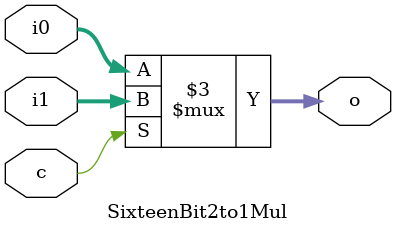
<source format=sv>
`timescale 1ns / 1ps


module SixteenBit2to1Mul(input logic [15:0] i0, i1,
                         input logic  c,
                         output logic [15:0] o);
    
always_comb
    if(c)
        o = i1;
    else
        o = i0;   
endmodule

</source>
